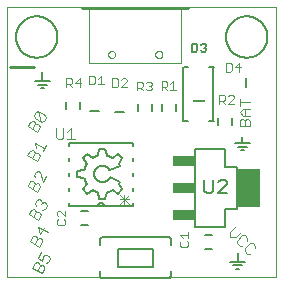
<source format=gto>
G75*
%MOIN*%
%OFA0B0*%
%FSLAX25Y25*%
%IPPOS*%
%LPD*%
%AMOC8*
5,1,8,0,0,1.08239X$1,22.5*
%
%ADD10C,0.00000*%
%ADD11C,0.00300*%
%ADD12C,0.00500*%
%ADD13C,0.01000*%
%ADD14C,0.00600*%
%ADD15R,0.03937X0.00787*%
%ADD16C,0.00800*%
%ADD17C,0.00400*%
%ADD18R,0.07300X0.12600*%
%ADD19R,0.07300X0.03400*%
D10*
X0007800Y0008726D02*
X0007800Y0098727D01*
X0097681Y0098727D01*
X0097681Y0008726D01*
X0007800Y0008726D01*
X0035256Y0079908D02*
X0035256Y0098412D01*
X0041555Y0082861D02*
X0041557Y0082930D01*
X0041563Y0082998D01*
X0041573Y0083066D01*
X0041587Y0083133D01*
X0041605Y0083200D01*
X0041626Y0083265D01*
X0041652Y0083329D01*
X0041681Y0083391D01*
X0041713Y0083451D01*
X0041749Y0083510D01*
X0041789Y0083566D01*
X0041831Y0083620D01*
X0041877Y0083671D01*
X0041926Y0083720D01*
X0041977Y0083766D01*
X0042031Y0083808D01*
X0042087Y0083848D01*
X0042145Y0083884D01*
X0042206Y0083916D01*
X0042268Y0083945D01*
X0042332Y0083971D01*
X0042397Y0083992D01*
X0042464Y0084010D01*
X0042531Y0084024D01*
X0042599Y0084034D01*
X0042667Y0084040D01*
X0042736Y0084042D01*
X0042805Y0084040D01*
X0042873Y0084034D01*
X0042941Y0084024D01*
X0043008Y0084010D01*
X0043075Y0083992D01*
X0043140Y0083971D01*
X0043204Y0083945D01*
X0043266Y0083916D01*
X0043326Y0083884D01*
X0043385Y0083848D01*
X0043441Y0083808D01*
X0043495Y0083766D01*
X0043546Y0083720D01*
X0043595Y0083671D01*
X0043641Y0083620D01*
X0043683Y0083566D01*
X0043723Y0083510D01*
X0043759Y0083451D01*
X0043791Y0083391D01*
X0043820Y0083329D01*
X0043846Y0083265D01*
X0043867Y0083200D01*
X0043885Y0083133D01*
X0043899Y0083066D01*
X0043909Y0082998D01*
X0043915Y0082930D01*
X0043917Y0082861D01*
X0043915Y0082792D01*
X0043909Y0082724D01*
X0043899Y0082656D01*
X0043885Y0082589D01*
X0043867Y0082522D01*
X0043846Y0082457D01*
X0043820Y0082393D01*
X0043791Y0082331D01*
X0043759Y0082270D01*
X0043723Y0082212D01*
X0043683Y0082156D01*
X0043641Y0082102D01*
X0043595Y0082051D01*
X0043546Y0082002D01*
X0043495Y0081956D01*
X0043441Y0081914D01*
X0043385Y0081874D01*
X0043327Y0081838D01*
X0043266Y0081806D01*
X0043204Y0081777D01*
X0043140Y0081751D01*
X0043075Y0081730D01*
X0043008Y0081712D01*
X0042941Y0081698D01*
X0042873Y0081688D01*
X0042805Y0081682D01*
X0042736Y0081680D01*
X0042667Y0081682D01*
X0042599Y0081688D01*
X0042531Y0081698D01*
X0042464Y0081712D01*
X0042397Y0081730D01*
X0042332Y0081751D01*
X0042268Y0081777D01*
X0042206Y0081806D01*
X0042145Y0081838D01*
X0042087Y0081874D01*
X0042031Y0081914D01*
X0041977Y0081956D01*
X0041926Y0082002D01*
X0041877Y0082051D01*
X0041831Y0082102D01*
X0041789Y0082156D01*
X0041749Y0082212D01*
X0041713Y0082270D01*
X0041681Y0082331D01*
X0041652Y0082393D01*
X0041626Y0082457D01*
X0041605Y0082522D01*
X0041587Y0082589D01*
X0041573Y0082656D01*
X0041563Y0082724D01*
X0041557Y0082792D01*
X0041555Y0082861D01*
X0035256Y0079908D02*
X0065964Y0079908D01*
X0065964Y0098412D01*
X0057303Y0082861D02*
X0057305Y0082930D01*
X0057311Y0082998D01*
X0057321Y0083066D01*
X0057335Y0083133D01*
X0057353Y0083200D01*
X0057374Y0083265D01*
X0057400Y0083329D01*
X0057429Y0083391D01*
X0057461Y0083451D01*
X0057497Y0083510D01*
X0057537Y0083566D01*
X0057579Y0083620D01*
X0057625Y0083671D01*
X0057674Y0083720D01*
X0057725Y0083766D01*
X0057779Y0083808D01*
X0057835Y0083848D01*
X0057893Y0083884D01*
X0057954Y0083916D01*
X0058016Y0083945D01*
X0058080Y0083971D01*
X0058145Y0083992D01*
X0058212Y0084010D01*
X0058279Y0084024D01*
X0058347Y0084034D01*
X0058415Y0084040D01*
X0058484Y0084042D01*
X0058553Y0084040D01*
X0058621Y0084034D01*
X0058689Y0084024D01*
X0058756Y0084010D01*
X0058823Y0083992D01*
X0058888Y0083971D01*
X0058952Y0083945D01*
X0059014Y0083916D01*
X0059074Y0083884D01*
X0059133Y0083848D01*
X0059189Y0083808D01*
X0059243Y0083766D01*
X0059294Y0083720D01*
X0059343Y0083671D01*
X0059389Y0083620D01*
X0059431Y0083566D01*
X0059471Y0083510D01*
X0059507Y0083451D01*
X0059539Y0083391D01*
X0059568Y0083329D01*
X0059594Y0083265D01*
X0059615Y0083200D01*
X0059633Y0083133D01*
X0059647Y0083066D01*
X0059657Y0082998D01*
X0059663Y0082930D01*
X0059665Y0082861D01*
X0059663Y0082792D01*
X0059657Y0082724D01*
X0059647Y0082656D01*
X0059633Y0082589D01*
X0059615Y0082522D01*
X0059594Y0082457D01*
X0059568Y0082393D01*
X0059539Y0082331D01*
X0059507Y0082270D01*
X0059471Y0082212D01*
X0059431Y0082156D01*
X0059389Y0082102D01*
X0059343Y0082051D01*
X0059294Y0082002D01*
X0059243Y0081956D01*
X0059189Y0081914D01*
X0059133Y0081874D01*
X0059075Y0081838D01*
X0059014Y0081806D01*
X0058952Y0081777D01*
X0058888Y0081751D01*
X0058823Y0081730D01*
X0058756Y0081712D01*
X0058689Y0081698D01*
X0058621Y0081688D01*
X0058553Y0081682D01*
X0058484Y0081680D01*
X0058415Y0081682D01*
X0058347Y0081688D01*
X0058279Y0081698D01*
X0058212Y0081712D01*
X0058145Y0081730D01*
X0058080Y0081751D01*
X0058016Y0081777D01*
X0057954Y0081806D01*
X0057893Y0081838D01*
X0057835Y0081874D01*
X0057779Y0081914D01*
X0057725Y0081956D01*
X0057674Y0082002D01*
X0057625Y0082051D01*
X0057579Y0082102D01*
X0057537Y0082156D01*
X0057497Y0082212D01*
X0057461Y0082270D01*
X0057429Y0082331D01*
X0057400Y0082393D01*
X0057374Y0082457D01*
X0057353Y0082522D01*
X0057335Y0082589D01*
X0057321Y0082656D01*
X0057311Y0082724D01*
X0057305Y0082792D01*
X0057303Y0082861D01*
D11*
X0059400Y0073978D02*
X0060851Y0073978D01*
X0061335Y0073495D01*
X0061335Y0072527D01*
X0060851Y0072043D01*
X0059400Y0072043D01*
X0059400Y0071076D02*
X0059400Y0073978D01*
X0060367Y0072043D02*
X0061335Y0071076D01*
X0062347Y0071076D02*
X0064281Y0071076D01*
X0063314Y0071076D02*
X0063314Y0073978D01*
X0062347Y0073011D01*
X0056081Y0072811D02*
X0055598Y0072327D01*
X0056081Y0071843D01*
X0056081Y0071360D01*
X0055598Y0070876D01*
X0054630Y0070876D01*
X0054147Y0071360D01*
X0053135Y0070876D02*
X0052167Y0071843D01*
X0052651Y0071843D02*
X0051200Y0071843D01*
X0051200Y0070876D02*
X0051200Y0073778D01*
X0052651Y0073778D01*
X0053135Y0073295D01*
X0053135Y0072327D01*
X0052651Y0071843D01*
X0054147Y0073295D02*
X0054630Y0073778D01*
X0055598Y0073778D01*
X0056081Y0073295D01*
X0056081Y0072811D01*
X0055598Y0072327D02*
X0055114Y0072327D01*
X0047838Y0071976D02*
X0045903Y0071976D01*
X0047838Y0073911D01*
X0047838Y0074395D01*
X0047355Y0074878D01*
X0046387Y0074878D01*
X0045903Y0074395D01*
X0044892Y0074395D02*
X0044408Y0074878D01*
X0042957Y0074878D01*
X0042957Y0071976D01*
X0044408Y0071976D01*
X0044892Y0072460D01*
X0044892Y0074395D01*
X0040131Y0072876D02*
X0038197Y0072876D01*
X0039164Y0072876D02*
X0039164Y0075778D01*
X0038197Y0074811D01*
X0037185Y0075295D02*
X0037185Y0073360D01*
X0036701Y0072876D01*
X0035250Y0072876D01*
X0035250Y0075778D01*
X0036701Y0075778D01*
X0037185Y0075295D01*
X0032538Y0073477D02*
X0030603Y0073477D01*
X0032055Y0074928D01*
X0032055Y0072026D01*
X0029592Y0072026D02*
X0028624Y0072993D01*
X0029108Y0072993D02*
X0027657Y0072993D01*
X0027657Y0072026D02*
X0027657Y0074928D01*
X0029108Y0074928D01*
X0029592Y0074445D01*
X0029592Y0073477D01*
X0029108Y0072993D01*
X0020498Y0062653D02*
X0020724Y0061810D01*
X0020107Y0060741D01*
X0019264Y0060515D01*
X0018360Y0063887D01*
X0020498Y0062653D01*
X0018360Y0063887D02*
X0017517Y0063661D01*
X0016900Y0062592D01*
X0017126Y0061749D01*
X0019264Y0060515D01*
X0018657Y0059463D02*
X0018122Y0059772D01*
X0017279Y0059546D01*
X0016353Y0057942D01*
X0017957Y0057017D02*
X0014750Y0058868D01*
X0015675Y0060472D01*
X0016519Y0060698D01*
X0017053Y0060389D01*
X0017279Y0059546D01*
X0018657Y0059463D02*
X0018882Y0058620D01*
X0017957Y0057017D01*
X0017137Y0053467D02*
X0020344Y0051615D01*
X0019727Y0050546D02*
X0020961Y0052684D01*
X0017589Y0051781D02*
X0017137Y0053467D01*
X0016447Y0051038D02*
X0016982Y0050729D01*
X0017208Y0049886D01*
X0016282Y0048282D01*
X0017885Y0047357D02*
X0014678Y0049208D01*
X0015604Y0050812D01*
X0016447Y0051038D01*
X0017208Y0049886D02*
X0018051Y0050112D01*
X0018585Y0049803D01*
X0018811Y0048960D01*
X0017885Y0047357D01*
X0018345Y0044010D02*
X0017502Y0043784D01*
X0016884Y0042715D01*
X0017110Y0041872D01*
X0016503Y0040820D02*
X0015660Y0040594D01*
X0014734Y0038991D01*
X0017941Y0037139D01*
X0018867Y0038743D01*
X0018641Y0039586D01*
X0018107Y0039894D01*
X0017264Y0039668D01*
X0016338Y0038065D01*
X0017264Y0039668D02*
X0017038Y0040512D01*
X0016503Y0040820D01*
X0019783Y0040329D02*
X0018879Y0043701D01*
X0018345Y0044010D01*
X0021017Y0042467D02*
X0019783Y0040329D01*
X0018688Y0034555D02*
X0017845Y0034329D01*
X0017228Y0033260D01*
X0017453Y0032417D01*
X0016846Y0031365D02*
X0017381Y0031057D01*
X0017607Y0030213D01*
X0016681Y0028610D01*
X0018284Y0027684D02*
X0019210Y0029288D01*
X0018984Y0030131D01*
X0018450Y0030439D01*
X0017607Y0030213D01*
X0016846Y0031365D02*
X0016003Y0031139D01*
X0015077Y0029536D01*
X0018284Y0027684D01*
X0018269Y0025463D02*
X0018947Y0022934D01*
X0020181Y0025072D01*
X0018269Y0025463D02*
X0021476Y0023611D01*
X0019409Y0021265D02*
X0019635Y0020422D01*
X0018709Y0018818D01*
X0015502Y0020670D01*
X0016428Y0022273D01*
X0017271Y0022499D01*
X0017805Y0022191D01*
X0018031Y0021348D01*
X0017105Y0019744D01*
X0018031Y0021348D02*
X0018874Y0021573D01*
X0019409Y0021265D01*
X0019319Y0017094D02*
X0018085Y0014956D01*
X0019689Y0014031D01*
X0019771Y0015408D01*
X0020080Y0015943D01*
X0020923Y0016169D01*
X0021992Y0015551D01*
X0022218Y0014708D01*
X0021601Y0013639D01*
X0020758Y0013413D01*
X0020150Y0012362D02*
X0020376Y0011519D01*
X0019450Y0009915D01*
X0016243Y0011767D01*
X0017169Y0013370D01*
X0018012Y0013596D01*
X0018547Y0013288D01*
X0018773Y0012444D01*
X0017847Y0010841D01*
X0018773Y0012444D02*
X0019616Y0012670D01*
X0020150Y0012362D01*
X0024911Y0025973D02*
X0026846Y0025973D01*
X0027330Y0026457D01*
X0027330Y0027424D01*
X0026846Y0027908D01*
X0027330Y0028919D02*
X0025395Y0030854D01*
X0024911Y0030854D01*
X0024428Y0030371D01*
X0024428Y0029403D01*
X0024911Y0028919D01*
X0024911Y0027908D02*
X0024428Y0027424D01*
X0024428Y0026457D01*
X0024911Y0025973D01*
X0027330Y0028919D02*
X0027330Y0030854D01*
X0021052Y0032477D02*
X0020435Y0031408D01*
X0019591Y0031182D01*
X0019140Y0032869D02*
X0019448Y0033403D01*
X0020291Y0033629D01*
X0020826Y0033320D01*
X0021052Y0032477D01*
X0019448Y0033403D02*
X0019222Y0034246D01*
X0018688Y0034555D01*
X0045414Y0034624D02*
X0048550Y0034624D01*
X0048550Y0036192D02*
X0045414Y0033056D01*
X0046982Y0033056D02*
X0046982Y0036192D01*
X0045414Y0036192D02*
X0048550Y0033056D01*
X0065434Y0022773D02*
X0068336Y0022773D01*
X0068336Y0021806D02*
X0068336Y0023741D01*
X0066401Y0021806D02*
X0065434Y0022773D01*
X0065918Y0020794D02*
X0065434Y0020311D01*
X0065434Y0019343D01*
X0065918Y0018859D01*
X0067853Y0018859D01*
X0068336Y0019343D01*
X0068336Y0020311D01*
X0067853Y0020794D01*
X0082361Y0022109D02*
X0084107Y0022109D01*
X0085853Y0023854D01*
X0086275Y0022559D02*
X0084529Y0020814D01*
X0084529Y0019941D01*
X0085402Y0019068D01*
X0086275Y0019068D01*
X0087134Y0018209D02*
X0087134Y0017336D01*
X0088006Y0016463D01*
X0088879Y0016463D01*
X0087134Y0018209D02*
X0088879Y0019955D01*
X0089752Y0019955D01*
X0090625Y0019082D01*
X0090625Y0018209D01*
X0088021Y0020814D02*
X0088021Y0021686D01*
X0087148Y0022559D01*
X0086275Y0022559D01*
X0084107Y0025600D02*
X0082361Y0023854D01*
X0082361Y0022109D01*
X0085418Y0059031D02*
X0085418Y0060733D01*
X0085986Y0061300D01*
X0086553Y0061300D01*
X0087120Y0060733D01*
X0087120Y0059031D01*
X0088821Y0059031D02*
X0085418Y0059031D01*
X0087120Y0060733D02*
X0087687Y0061300D01*
X0088254Y0061300D01*
X0088821Y0060733D01*
X0088821Y0059031D01*
X0088821Y0062438D02*
X0086553Y0062438D01*
X0085418Y0063572D01*
X0086553Y0064707D01*
X0088821Y0064707D01*
X0087120Y0064707D02*
X0087120Y0062438D01*
X0085418Y0065845D02*
X0085418Y0068114D01*
X0085418Y0066979D02*
X0088821Y0066979D01*
X0083512Y0066526D02*
X0081577Y0066526D01*
X0083512Y0068461D01*
X0083512Y0068945D01*
X0083028Y0069428D01*
X0082060Y0069428D01*
X0081577Y0068945D01*
X0080565Y0068945D02*
X0080565Y0067977D01*
X0080081Y0067493D01*
X0078630Y0067493D01*
X0078630Y0066526D02*
X0078630Y0069428D01*
X0080081Y0069428D01*
X0080565Y0068945D01*
X0079597Y0067493D02*
X0080565Y0066526D01*
X0080856Y0077164D02*
X0082307Y0077164D01*
X0082791Y0077648D01*
X0082791Y0079583D01*
X0082307Y0080067D01*
X0080856Y0080067D01*
X0080856Y0077164D01*
X0083802Y0078616D02*
X0085737Y0078616D01*
X0085253Y0080067D02*
X0085253Y0077164D01*
X0083802Y0078616D02*
X0085253Y0080067D01*
D12*
X0087494Y0074938D02*
X0087494Y0071938D01*
X0076810Y0078836D02*
X0075310Y0078836D01*
X0068310Y0078836D02*
X0066810Y0078836D01*
X0066810Y0060836D02*
X0068310Y0060836D01*
X0075310Y0060836D02*
X0076810Y0060836D01*
X0083750Y0053296D02*
X0086250Y0053296D01*
X0086250Y0055296D01*
X0086250Y0053296D02*
X0088750Y0053296D01*
X0087750Y0052096D02*
X0084750Y0052096D01*
X0085744Y0050882D02*
X0086744Y0050882D01*
X0080556Y0041130D02*
X0079055Y0041130D01*
X0078304Y0040379D01*
X0076703Y0041130D02*
X0076703Y0037377D01*
X0075952Y0036626D01*
X0074451Y0036626D01*
X0073700Y0037377D01*
X0073700Y0041130D01*
X0078304Y0036626D02*
X0081306Y0039629D01*
X0081306Y0040379D01*
X0080556Y0041130D01*
X0081306Y0036626D02*
X0078304Y0036626D01*
X0062511Y0021031D02*
X0062511Y0019457D01*
X0062511Y0021031D02*
X0062509Y0021093D01*
X0062503Y0021154D01*
X0062494Y0021215D01*
X0062480Y0021276D01*
X0062463Y0021335D01*
X0062442Y0021393D01*
X0062417Y0021450D01*
X0062389Y0021505D01*
X0062358Y0021558D01*
X0062323Y0021609D01*
X0062285Y0021658D01*
X0062244Y0021705D01*
X0062201Y0021748D01*
X0062154Y0021789D01*
X0062105Y0021827D01*
X0062054Y0021862D01*
X0062001Y0021893D01*
X0061946Y0021921D01*
X0061889Y0021946D01*
X0061831Y0021967D01*
X0061772Y0021984D01*
X0061711Y0021998D01*
X0061650Y0022007D01*
X0061589Y0022013D01*
X0061527Y0022015D01*
X0061527Y0022016D02*
X0039873Y0022016D01*
X0039873Y0022015D02*
X0039811Y0022013D01*
X0039750Y0022007D01*
X0039689Y0021998D01*
X0039628Y0021984D01*
X0039569Y0021967D01*
X0039511Y0021946D01*
X0039454Y0021921D01*
X0039399Y0021893D01*
X0039346Y0021862D01*
X0039295Y0021827D01*
X0039246Y0021789D01*
X0039199Y0021748D01*
X0039156Y0021705D01*
X0039115Y0021658D01*
X0039077Y0021609D01*
X0039042Y0021558D01*
X0039011Y0021505D01*
X0038983Y0021450D01*
X0038958Y0021393D01*
X0038937Y0021335D01*
X0038920Y0021276D01*
X0038906Y0021215D01*
X0038897Y0021154D01*
X0038891Y0021093D01*
X0038889Y0021031D01*
X0038889Y0019457D01*
X0044794Y0018079D02*
X0044794Y0012173D01*
X0056606Y0012173D01*
X0056606Y0018079D01*
X0044794Y0018079D01*
X0038889Y0010795D02*
X0038889Y0009220D01*
X0038891Y0009158D01*
X0038897Y0009097D01*
X0038906Y0009036D01*
X0038920Y0008975D01*
X0038937Y0008916D01*
X0038958Y0008858D01*
X0038983Y0008801D01*
X0039011Y0008746D01*
X0039042Y0008693D01*
X0039077Y0008642D01*
X0039115Y0008593D01*
X0039156Y0008546D01*
X0039199Y0008503D01*
X0039246Y0008462D01*
X0039295Y0008424D01*
X0039346Y0008389D01*
X0039399Y0008358D01*
X0039454Y0008330D01*
X0039511Y0008305D01*
X0039569Y0008284D01*
X0039628Y0008267D01*
X0039689Y0008253D01*
X0039750Y0008244D01*
X0039811Y0008238D01*
X0039873Y0008236D01*
X0061133Y0008236D01*
X0062511Y0009220D02*
X0062511Y0010795D01*
X0062511Y0009220D02*
X0062498Y0009154D01*
X0062481Y0009089D01*
X0062461Y0009025D01*
X0062437Y0008962D01*
X0062410Y0008901D01*
X0062379Y0008841D01*
X0062346Y0008783D01*
X0062308Y0008727D01*
X0062268Y0008674D01*
X0062225Y0008622D01*
X0062179Y0008573D01*
X0062130Y0008527D01*
X0062079Y0008484D01*
X0062026Y0008443D01*
X0061970Y0008405D01*
X0061912Y0008371D01*
X0061853Y0008340D01*
X0061792Y0008313D01*
X0061729Y0008288D01*
X0061665Y0008268D01*
X0061600Y0008251D01*
X0061534Y0008238D01*
X0061468Y0008228D01*
X0061401Y0008222D01*
X0061334Y0008220D01*
X0061267Y0008222D01*
X0061200Y0008227D01*
X0061133Y0008236D01*
X0082324Y0013739D02*
X0084824Y0013739D01*
X0084824Y0016739D01*
X0084824Y0013739D02*
X0087324Y0013739D01*
X0086324Y0012539D02*
X0083324Y0012539D01*
X0084318Y0011325D02*
X0085318Y0011325D01*
X0046800Y0063726D02*
X0043800Y0063726D01*
X0038700Y0064126D02*
X0035700Y0064126D01*
X0022180Y0073946D02*
X0019680Y0073946D01*
X0019680Y0076946D01*
X0019680Y0073946D02*
X0017180Y0073946D01*
X0018180Y0072746D02*
X0021180Y0072746D01*
X0020174Y0071532D02*
X0019174Y0071532D01*
D13*
X0016800Y0078726D02*
X0008800Y0078726D01*
X0032893Y0098215D02*
X0068327Y0098215D01*
D14*
X0069578Y0086431D02*
X0070879Y0086431D01*
X0071312Y0085997D01*
X0071312Y0084263D01*
X0070879Y0083829D01*
X0069578Y0083829D01*
X0069578Y0086431D01*
X0072524Y0085997D02*
X0072958Y0086431D01*
X0073825Y0086431D01*
X0074259Y0085997D01*
X0074259Y0085564D01*
X0073825Y0085130D01*
X0074259Y0084696D01*
X0074259Y0084263D01*
X0073825Y0083829D01*
X0072958Y0083829D01*
X0072524Y0084263D01*
X0073392Y0085130D02*
X0073825Y0085130D01*
X0076710Y0078861D02*
X0076710Y0060861D01*
X0078068Y0061857D02*
X0078068Y0059495D01*
X0082792Y0059495D02*
X0082792Y0061857D01*
X0080448Y0051239D02*
X0077936Y0051239D01*
X0070700Y0051228D01*
X0070700Y0025424D01*
X0079354Y0025413D01*
X0080456Y0025413D01*
X0080456Y0031239D01*
X0084700Y0031239D01*
X0084700Y0031330D01*
X0084708Y0045413D01*
X0084700Y0045413D02*
X0080456Y0045413D01*
X0080448Y0051239D01*
X0066710Y0060861D02*
X0066710Y0078861D01*
X0064162Y0066407D02*
X0064162Y0064045D01*
X0059438Y0064045D02*
X0059438Y0066407D01*
X0056162Y0066407D02*
X0056162Y0064045D01*
X0051438Y0064045D02*
X0051438Y0066407D01*
X0049900Y0053226D02*
X0028700Y0053226D01*
X0028700Y0052226D01*
X0028700Y0048226D02*
X0028700Y0047226D01*
X0031300Y0044026D02*
X0033700Y0044526D01*
X0034400Y0046326D02*
X0033100Y0048326D01*
X0034500Y0049726D01*
X0036400Y0048326D01*
X0038300Y0049226D02*
X0038700Y0051426D01*
X0040700Y0051426D01*
X0041100Y0049226D01*
X0043100Y0048426D02*
X0044900Y0049726D01*
X0046300Y0048326D01*
X0045100Y0046526D01*
X0045500Y0045726D01*
X0042100Y0044326D01*
X0042100Y0041926D02*
X0045500Y0040426D01*
X0045100Y0039726D01*
X0046300Y0037926D01*
X0044900Y0036526D01*
X0043100Y0037726D01*
X0041100Y0036926D02*
X0040700Y0034726D01*
X0038700Y0034726D01*
X0038300Y0037026D01*
X0036400Y0037826D02*
X0034500Y0036526D01*
X0033100Y0037926D01*
X0034400Y0039826D01*
X0033700Y0041626D02*
X0031300Y0042126D01*
X0031300Y0044026D01*
X0028700Y0043226D02*
X0028700Y0042226D01*
X0028700Y0038226D02*
X0028700Y0037226D01*
X0028700Y0033226D02*
X0028700Y0032226D01*
X0038100Y0032226D01*
X0040500Y0032226D01*
X0049900Y0032226D01*
X0049900Y0033226D01*
X0049900Y0037226D02*
X0049900Y0038226D01*
X0049900Y0042226D02*
X0049900Y0043226D01*
X0049900Y0047226D02*
X0049900Y0048226D01*
X0049900Y0052226D02*
X0049900Y0053226D01*
X0038292Y0049244D02*
X0038149Y0049204D01*
X0038007Y0049161D01*
X0037866Y0049114D01*
X0037727Y0049063D01*
X0037589Y0049009D01*
X0037452Y0048952D01*
X0037316Y0048891D01*
X0037183Y0048827D01*
X0037050Y0048760D01*
X0036920Y0048690D01*
X0036791Y0048616D01*
X0036664Y0048539D01*
X0036539Y0048459D01*
X0036416Y0048376D01*
X0042100Y0044326D02*
X0042053Y0044418D01*
X0042002Y0044508D01*
X0041948Y0044596D01*
X0041891Y0044682D01*
X0041831Y0044765D01*
X0041767Y0044847D01*
X0041700Y0044925D01*
X0041631Y0045002D01*
X0041559Y0045075D01*
X0041483Y0045146D01*
X0041406Y0045214D01*
X0041325Y0045279D01*
X0041243Y0045341D01*
X0041158Y0045399D01*
X0041071Y0045455D01*
X0040982Y0045507D01*
X0040891Y0045555D01*
X0040798Y0045601D01*
X0040704Y0045642D01*
X0040608Y0045680D01*
X0040510Y0045715D01*
X0040412Y0045745D01*
X0040312Y0045772D01*
X0040212Y0045796D01*
X0040110Y0045815D01*
X0040008Y0045830D01*
X0039906Y0045842D01*
X0039803Y0045850D01*
X0039700Y0045854D01*
X0039596Y0045853D01*
X0039493Y0045849D01*
X0039390Y0045842D01*
X0039288Y0045830D01*
X0039186Y0045814D01*
X0039084Y0045795D01*
X0038984Y0045771D01*
X0038884Y0045744D01*
X0038786Y0045714D01*
X0038689Y0045679D01*
X0038593Y0045641D01*
X0038498Y0045599D01*
X0038406Y0045554D01*
X0038315Y0045505D01*
X0038226Y0045453D01*
X0038139Y0045397D01*
X0038054Y0045338D01*
X0037971Y0045276D01*
X0037891Y0045211D01*
X0037814Y0045143D01*
X0037739Y0045072D01*
X0037666Y0044999D01*
X0037597Y0044922D01*
X0037530Y0044843D01*
X0037467Y0044762D01*
X0037407Y0044678D01*
X0037350Y0044592D01*
X0037296Y0044504D01*
X0037245Y0044414D01*
X0037198Y0044322D01*
X0037155Y0044229D01*
X0037115Y0044134D01*
X0037079Y0044037D01*
X0037046Y0043939D01*
X0037017Y0043840D01*
X0036992Y0043740D01*
X0036971Y0043639D01*
X0036953Y0043537D01*
X0036940Y0043435D01*
X0036930Y0043332D01*
X0036924Y0043229D01*
X0036922Y0043126D01*
X0036924Y0043023D01*
X0036930Y0042920D01*
X0036940Y0042817D01*
X0036953Y0042715D01*
X0036971Y0042613D01*
X0036992Y0042512D01*
X0037017Y0042412D01*
X0037046Y0042313D01*
X0037079Y0042215D01*
X0037115Y0042118D01*
X0037155Y0042023D01*
X0037198Y0041930D01*
X0037245Y0041838D01*
X0037296Y0041748D01*
X0037350Y0041660D01*
X0037407Y0041574D01*
X0037467Y0041490D01*
X0037530Y0041409D01*
X0037597Y0041330D01*
X0037666Y0041253D01*
X0037739Y0041180D01*
X0037814Y0041109D01*
X0037891Y0041041D01*
X0037971Y0040976D01*
X0038054Y0040914D01*
X0038139Y0040855D01*
X0038226Y0040799D01*
X0038315Y0040747D01*
X0038406Y0040698D01*
X0038498Y0040653D01*
X0038593Y0040611D01*
X0038689Y0040573D01*
X0038786Y0040538D01*
X0038884Y0040508D01*
X0038984Y0040481D01*
X0039084Y0040457D01*
X0039186Y0040438D01*
X0039288Y0040422D01*
X0039390Y0040410D01*
X0039493Y0040403D01*
X0039596Y0040399D01*
X0039700Y0040398D01*
X0039803Y0040402D01*
X0039906Y0040410D01*
X0040008Y0040422D01*
X0040110Y0040437D01*
X0040212Y0040456D01*
X0040312Y0040480D01*
X0040412Y0040507D01*
X0040510Y0040537D01*
X0040608Y0040572D01*
X0040704Y0040610D01*
X0040798Y0040651D01*
X0040891Y0040697D01*
X0040982Y0040745D01*
X0041071Y0040797D01*
X0041158Y0040853D01*
X0041243Y0040911D01*
X0041325Y0040973D01*
X0041406Y0041038D01*
X0041483Y0041106D01*
X0041559Y0041177D01*
X0041631Y0041250D01*
X0041700Y0041327D01*
X0041767Y0041405D01*
X0041831Y0041487D01*
X0041891Y0041570D01*
X0041948Y0041656D01*
X0042002Y0041744D01*
X0042053Y0041834D01*
X0042100Y0041926D01*
X0034442Y0039850D02*
X0034369Y0039977D01*
X0034298Y0040106D01*
X0034230Y0040236D01*
X0034166Y0040368D01*
X0034104Y0040502D01*
X0034046Y0040637D01*
X0033991Y0040773D01*
X0033939Y0040911D01*
X0033890Y0041049D01*
X0033845Y0041189D01*
X0033802Y0041330D01*
X0033764Y0041472D01*
X0033728Y0041614D01*
X0041260Y0036952D02*
X0041406Y0036993D01*
X0041551Y0037037D01*
X0041694Y0037084D01*
X0041837Y0037136D01*
X0041978Y0037190D01*
X0042118Y0037249D01*
X0042257Y0037310D01*
X0042394Y0037375D01*
X0042529Y0037444D01*
X0042662Y0037515D01*
X0042794Y0037590D01*
X0042924Y0037669D01*
X0043052Y0037750D01*
X0038278Y0037008D02*
X0038126Y0037049D01*
X0037974Y0037093D01*
X0037823Y0037141D01*
X0037674Y0037192D01*
X0037526Y0037248D01*
X0037380Y0037307D01*
X0037235Y0037370D01*
X0037091Y0037436D01*
X0036950Y0037506D01*
X0036810Y0037579D01*
X0036672Y0037656D01*
X0036536Y0037737D01*
X0036402Y0037821D01*
X0041092Y0049216D02*
X0041242Y0049182D01*
X0041391Y0049145D01*
X0041539Y0049103D01*
X0041686Y0049059D01*
X0041832Y0049010D01*
X0041977Y0048958D01*
X0042120Y0048903D01*
X0042262Y0048844D01*
X0042403Y0048781D01*
X0042542Y0048715D01*
X0042679Y0048646D01*
X0042814Y0048573D01*
X0042948Y0048497D01*
X0043080Y0048418D01*
X0034400Y0046318D02*
X0034326Y0046189D01*
X0034254Y0046058D01*
X0034186Y0045925D01*
X0034121Y0045791D01*
X0034060Y0045656D01*
X0034001Y0045519D01*
X0033946Y0045380D01*
X0033894Y0045241D01*
X0033846Y0045100D01*
X0033801Y0044958D01*
X0033759Y0044815D01*
X0033721Y0044671D01*
X0033686Y0044526D01*
X0038100Y0032226D02*
X0038102Y0032295D01*
X0038108Y0032363D01*
X0038118Y0032431D01*
X0038131Y0032498D01*
X0038149Y0032564D01*
X0038170Y0032629D01*
X0038195Y0032693D01*
X0038223Y0032755D01*
X0038255Y0032816D01*
X0038290Y0032875D01*
X0038329Y0032931D01*
X0038371Y0032986D01*
X0038416Y0033037D01*
X0038464Y0033087D01*
X0038514Y0033133D01*
X0038567Y0033176D01*
X0038623Y0033217D01*
X0038680Y0033254D01*
X0038740Y0033287D01*
X0038802Y0033318D01*
X0038865Y0033344D01*
X0038929Y0033367D01*
X0038995Y0033387D01*
X0039062Y0033402D01*
X0039129Y0033414D01*
X0039197Y0033422D01*
X0039266Y0033426D01*
X0039334Y0033426D01*
X0039403Y0033422D01*
X0039471Y0033414D01*
X0039538Y0033402D01*
X0039605Y0033387D01*
X0039671Y0033367D01*
X0039735Y0033344D01*
X0039798Y0033318D01*
X0039860Y0033287D01*
X0039920Y0033254D01*
X0039977Y0033217D01*
X0040033Y0033176D01*
X0040086Y0033133D01*
X0040136Y0033087D01*
X0040184Y0033037D01*
X0040229Y0032986D01*
X0040271Y0032931D01*
X0040310Y0032875D01*
X0040345Y0032816D01*
X0040377Y0032755D01*
X0040405Y0032693D01*
X0040430Y0032629D01*
X0040451Y0032564D01*
X0040469Y0032498D01*
X0040482Y0032431D01*
X0040492Y0032363D01*
X0040498Y0032295D01*
X0040500Y0032226D01*
X0040498Y0032295D01*
X0040492Y0032363D01*
X0040482Y0032431D01*
X0040469Y0032498D01*
X0040451Y0032564D01*
X0040430Y0032629D01*
X0040405Y0032693D01*
X0040377Y0032755D01*
X0040345Y0032816D01*
X0040310Y0032875D01*
X0040271Y0032931D01*
X0040229Y0032986D01*
X0040184Y0033037D01*
X0040136Y0033087D01*
X0040086Y0033133D01*
X0040033Y0033176D01*
X0039977Y0033217D01*
X0039920Y0033254D01*
X0039860Y0033287D01*
X0039798Y0033318D01*
X0039735Y0033344D01*
X0039671Y0033367D01*
X0039605Y0033387D01*
X0039538Y0033402D01*
X0039471Y0033414D01*
X0039403Y0033422D01*
X0039334Y0033426D01*
X0039266Y0033426D01*
X0039197Y0033422D01*
X0039129Y0033414D01*
X0039062Y0033402D01*
X0038995Y0033387D01*
X0038929Y0033367D01*
X0038865Y0033344D01*
X0038802Y0033318D01*
X0038740Y0033287D01*
X0038680Y0033254D01*
X0038623Y0033217D01*
X0038567Y0033176D01*
X0038514Y0033133D01*
X0038464Y0033087D01*
X0038416Y0033037D01*
X0038371Y0032986D01*
X0038329Y0032931D01*
X0038290Y0032875D01*
X0038255Y0032816D01*
X0038223Y0032755D01*
X0038195Y0032693D01*
X0038170Y0032629D01*
X0038149Y0032564D01*
X0038131Y0032498D01*
X0038118Y0032431D01*
X0038108Y0032363D01*
X0038102Y0032295D01*
X0038100Y0032226D01*
X0034871Y0030728D02*
X0032509Y0030728D01*
X0032509Y0026004D02*
X0034871Y0026004D01*
X0032162Y0064545D02*
X0032162Y0066907D01*
X0027438Y0066907D02*
X0027438Y0064545D01*
X0073995Y0022852D02*
X0076358Y0022852D01*
X0076358Y0018127D02*
X0073995Y0018127D01*
D15*
X0071810Y0067258D03*
D16*
X0080910Y0088726D02*
X0080912Y0088895D01*
X0080918Y0089064D01*
X0080929Y0089233D01*
X0080943Y0089401D01*
X0080962Y0089569D01*
X0080985Y0089737D01*
X0081011Y0089904D01*
X0081042Y0090070D01*
X0081077Y0090236D01*
X0081116Y0090400D01*
X0081160Y0090564D01*
X0081207Y0090726D01*
X0081258Y0090887D01*
X0081313Y0091047D01*
X0081372Y0091206D01*
X0081434Y0091363D01*
X0081501Y0091518D01*
X0081572Y0091672D01*
X0081646Y0091824D01*
X0081724Y0091974D01*
X0081805Y0092122D01*
X0081890Y0092268D01*
X0081979Y0092412D01*
X0082071Y0092554D01*
X0082167Y0092693D01*
X0082266Y0092830D01*
X0082368Y0092965D01*
X0082474Y0093097D01*
X0082583Y0093226D01*
X0082695Y0093353D01*
X0082810Y0093477D01*
X0082928Y0093598D01*
X0083049Y0093716D01*
X0083173Y0093831D01*
X0083300Y0093943D01*
X0083429Y0094052D01*
X0083561Y0094158D01*
X0083696Y0094260D01*
X0083833Y0094359D01*
X0083972Y0094455D01*
X0084114Y0094547D01*
X0084258Y0094636D01*
X0084404Y0094721D01*
X0084552Y0094802D01*
X0084702Y0094880D01*
X0084854Y0094954D01*
X0085008Y0095025D01*
X0085163Y0095092D01*
X0085320Y0095154D01*
X0085479Y0095213D01*
X0085639Y0095268D01*
X0085800Y0095319D01*
X0085962Y0095366D01*
X0086126Y0095410D01*
X0086290Y0095449D01*
X0086456Y0095484D01*
X0086622Y0095515D01*
X0086789Y0095541D01*
X0086957Y0095564D01*
X0087125Y0095583D01*
X0087293Y0095597D01*
X0087462Y0095608D01*
X0087631Y0095614D01*
X0087800Y0095616D01*
X0087969Y0095614D01*
X0088138Y0095608D01*
X0088307Y0095597D01*
X0088475Y0095583D01*
X0088643Y0095564D01*
X0088811Y0095541D01*
X0088978Y0095515D01*
X0089144Y0095484D01*
X0089310Y0095449D01*
X0089474Y0095410D01*
X0089638Y0095366D01*
X0089800Y0095319D01*
X0089961Y0095268D01*
X0090121Y0095213D01*
X0090280Y0095154D01*
X0090437Y0095092D01*
X0090592Y0095025D01*
X0090746Y0094954D01*
X0090898Y0094880D01*
X0091048Y0094802D01*
X0091196Y0094721D01*
X0091342Y0094636D01*
X0091486Y0094547D01*
X0091628Y0094455D01*
X0091767Y0094359D01*
X0091904Y0094260D01*
X0092039Y0094158D01*
X0092171Y0094052D01*
X0092300Y0093943D01*
X0092427Y0093831D01*
X0092551Y0093716D01*
X0092672Y0093598D01*
X0092790Y0093477D01*
X0092905Y0093353D01*
X0093017Y0093226D01*
X0093126Y0093097D01*
X0093232Y0092965D01*
X0093334Y0092830D01*
X0093433Y0092693D01*
X0093529Y0092554D01*
X0093621Y0092412D01*
X0093710Y0092268D01*
X0093795Y0092122D01*
X0093876Y0091974D01*
X0093954Y0091824D01*
X0094028Y0091672D01*
X0094099Y0091518D01*
X0094166Y0091363D01*
X0094228Y0091206D01*
X0094287Y0091047D01*
X0094342Y0090887D01*
X0094393Y0090726D01*
X0094440Y0090564D01*
X0094484Y0090400D01*
X0094523Y0090236D01*
X0094558Y0090070D01*
X0094589Y0089904D01*
X0094615Y0089737D01*
X0094638Y0089569D01*
X0094657Y0089401D01*
X0094671Y0089233D01*
X0094682Y0089064D01*
X0094688Y0088895D01*
X0094690Y0088726D01*
X0094688Y0088557D01*
X0094682Y0088388D01*
X0094671Y0088219D01*
X0094657Y0088051D01*
X0094638Y0087883D01*
X0094615Y0087715D01*
X0094589Y0087548D01*
X0094558Y0087382D01*
X0094523Y0087216D01*
X0094484Y0087052D01*
X0094440Y0086888D01*
X0094393Y0086726D01*
X0094342Y0086565D01*
X0094287Y0086405D01*
X0094228Y0086246D01*
X0094166Y0086089D01*
X0094099Y0085934D01*
X0094028Y0085780D01*
X0093954Y0085628D01*
X0093876Y0085478D01*
X0093795Y0085330D01*
X0093710Y0085184D01*
X0093621Y0085040D01*
X0093529Y0084898D01*
X0093433Y0084759D01*
X0093334Y0084622D01*
X0093232Y0084487D01*
X0093126Y0084355D01*
X0093017Y0084226D01*
X0092905Y0084099D01*
X0092790Y0083975D01*
X0092672Y0083854D01*
X0092551Y0083736D01*
X0092427Y0083621D01*
X0092300Y0083509D01*
X0092171Y0083400D01*
X0092039Y0083294D01*
X0091904Y0083192D01*
X0091767Y0083093D01*
X0091628Y0082997D01*
X0091486Y0082905D01*
X0091342Y0082816D01*
X0091196Y0082731D01*
X0091048Y0082650D01*
X0090898Y0082572D01*
X0090746Y0082498D01*
X0090592Y0082427D01*
X0090437Y0082360D01*
X0090280Y0082298D01*
X0090121Y0082239D01*
X0089961Y0082184D01*
X0089800Y0082133D01*
X0089638Y0082086D01*
X0089474Y0082042D01*
X0089310Y0082003D01*
X0089144Y0081968D01*
X0088978Y0081937D01*
X0088811Y0081911D01*
X0088643Y0081888D01*
X0088475Y0081869D01*
X0088307Y0081855D01*
X0088138Y0081844D01*
X0087969Y0081838D01*
X0087800Y0081836D01*
X0087631Y0081838D01*
X0087462Y0081844D01*
X0087293Y0081855D01*
X0087125Y0081869D01*
X0086957Y0081888D01*
X0086789Y0081911D01*
X0086622Y0081937D01*
X0086456Y0081968D01*
X0086290Y0082003D01*
X0086126Y0082042D01*
X0085962Y0082086D01*
X0085800Y0082133D01*
X0085639Y0082184D01*
X0085479Y0082239D01*
X0085320Y0082298D01*
X0085163Y0082360D01*
X0085008Y0082427D01*
X0084854Y0082498D01*
X0084702Y0082572D01*
X0084552Y0082650D01*
X0084404Y0082731D01*
X0084258Y0082816D01*
X0084114Y0082905D01*
X0083972Y0082997D01*
X0083833Y0083093D01*
X0083696Y0083192D01*
X0083561Y0083294D01*
X0083429Y0083400D01*
X0083300Y0083509D01*
X0083173Y0083621D01*
X0083049Y0083736D01*
X0082928Y0083854D01*
X0082810Y0083975D01*
X0082695Y0084099D01*
X0082583Y0084226D01*
X0082474Y0084355D01*
X0082368Y0084487D01*
X0082266Y0084622D01*
X0082167Y0084759D01*
X0082071Y0084898D01*
X0081979Y0085040D01*
X0081890Y0085184D01*
X0081805Y0085330D01*
X0081724Y0085478D01*
X0081646Y0085628D01*
X0081572Y0085780D01*
X0081501Y0085934D01*
X0081434Y0086089D01*
X0081372Y0086246D01*
X0081313Y0086405D01*
X0081258Y0086565D01*
X0081207Y0086726D01*
X0081160Y0086888D01*
X0081116Y0087052D01*
X0081077Y0087216D01*
X0081042Y0087382D01*
X0081011Y0087548D01*
X0080985Y0087715D01*
X0080962Y0087883D01*
X0080943Y0088051D01*
X0080929Y0088219D01*
X0080918Y0088388D01*
X0080912Y0088557D01*
X0080910Y0088726D01*
X0010910Y0088726D02*
X0010912Y0088895D01*
X0010918Y0089064D01*
X0010929Y0089233D01*
X0010943Y0089401D01*
X0010962Y0089569D01*
X0010985Y0089737D01*
X0011011Y0089904D01*
X0011042Y0090070D01*
X0011077Y0090236D01*
X0011116Y0090400D01*
X0011160Y0090564D01*
X0011207Y0090726D01*
X0011258Y0090887D01*
X0011313Y0091047D01*
X0011372Y0091206D01*
X0011434Y0091363D01*
X0011501Y0091518D01*
X0011572Y0091672D01*
X0011646Y0091824D01*
X0011724Y0091974D01*
X0011805Y0092122D01*
X0011890Y0092268D01*
X0011979Y0092412D01*
X0012071Y0092554D01*
X0012167Y0092693D01*
X0012266Y0092830D01*
X0012368Y0092965D01*
X0012474Y0093097D01*
X0012583Y0093226D01*
X0012695Y0093353D01*
X0012810Y0093477D01*
X0012928Y0093598D01*
X0013049Y0093716D01*
X0013173Y0093831D01*
X0013300Y0093943D01*
X0013429Y0094052D01*
X0013561Y0094158D01*
X0013696Y0094260D01*
X0013833Y0094359D01*
X0013972Y0094455D01*
X0014114Y0094547D01*
X0014258Y0094636D01*
X0014404Y0094721D01*
X0014552Y0094802D01*
X0014702Y0094880D01*
X0014854Y0094954D01*
X0015008Y0095025D01*
X0015163Y0095092D01*
X0015320Y0095154D01*
X0015479Y0095213D01*
X0015639Y0095268D01*
X0015800Y0095319D01*
X0015962Y0095366D01*
X0016126Y0095410D01*
X0016290Y0095449D01*
X0016456Y0095484D01*
X0016622Y0095515D01*
X0016789Y0095541D01*
X0016957Y0095564D01*
X0017125Y0095583D01*
X0017293Y0095597D01*
X0017462Y0095608D01*
X0017631Y0095614D01*
X0017800Y0095616D01*
X0017969Y0095614D01*
X0018138Y0095608D01*
X0018307Y0095597D01*
X0018475Y0095583D01*
X0018643Y0095564D01*
X0018811Y0095541D01*
X0018978Y0095515D01*
X0019144Y0095484D01*
X0019310Y0095449D01*
X0019474Y0095410D01*
X0019638Y0095366D01*
X0019800Y0095319D01*
X0019961Y0095268D01*
X0020121Y0095213D01*
X0020280Y0095154D01*
X0020437Y0095092D01*
X0020592Y0095025D01*
X0020746Y0094954D01*
X0020898Y0094880D01*
X0021048Y0094802D01*
X0021196Y0094721D01*
X0021342Y0094636D01*
X0021486Y0094547D01*
X0021628Y0094455D01*
X0021767Y0094359D01*
X0021904Y0094260D01*
X0022039Y0094158D01*
X0022171Y0094052D01*
X0022300Y0093943D01*
X0022427Y0093831D01*
X0022551Y0093716D01*
X0022672Y0093598D01*
X0022790Y0093477D01*
X0022905Y0093353D01*
X0023017Y0093226D01*
X0023126Y0093097D01*
X0023232Y0092965D01*
X0023334Y0092830D01*
X0023433Y0092693D01*
X0023529Y0092554D01*
X0023621Y0092412D01*
X0023710Y0092268D01*
X0023795Y0092122D01*
X0023876Y0091974D01*
X0023954Y0091824D01*
X0024028Y0091672D01*
X0024099Y0091518D01*
X0024166Y0091363D01*
X0024228Y0091206D01*
X0024287Y0091047D01*
X0024342Y0090887D01*
X0024393Y0090726D01*
X0024440Y0090564D01*
X0024484Y0090400D01*
X0024523Y0090236D01*
X0024558Y0090070D01*
X0024589Y0089904D01*
X0024615Y0089737D01*
X0024638Y0089569D01*
X0024657Y0089401D01*
X0024671Y0089233D01*
X0024682Y0089064D01*
X0024688Y0088895D01*
X0024690Y0088726D01*
X0024688Y0088557D01*
X0024682Y0088388D01*
X0024671Y0088219D01*
X0024657Y0088051D01*
X0024638Y0087883D01*
X0024615Y0087715D01*
X0024589Y0087548D01*
X0024558Y0087382D01*
X0024523Y0087216D01*
X0024484Y0087052D01*
X0024440Y0086888D01*
X0024393Y0086726D01*
X0024342Y0086565D01*
X0024287Y0086405D01*
X0024228Y0086246D01*
X0024166Y0086089D01*
X0024099Y0085934D01*
X0024028Y0085780D01*
X0023954Y0085628D01*
X0023876Y0085478D01*
X0023795Y0085330D01*
X0023710Y0085184D01*
X0023621Y0085040D01*
X0023529Y0084898D01*
X0023433Y0084759D01*
X0023334Y0084622D01*
X0023232Y0084487D01*
X0023126Y0084355D01*
X0023017Y0084226D01*
X0022905Y0084099D01*
X0022790Y0083975D01*
X0022672Y0083854D01*
X0022551Y0083736D01*
X0022427Y0083621D01*
X0022300Y0083509D01*
X0022171Y0083400D01*
X0022039Y0083294D01*
X0021904Y0083192D01*
X0021767Y0083093D01*
X0021628Y0082997D01*
X0021486Y0082905D01*
X0021342Y0082816D01*
X0021196Y0082731D01*
X0021048Y0082650D01*
X0020898Y0082572D01*
X0020746Y0082498D01*
X0020592Y0082427D01*
X0020437Y0082360D01*
X0020280Y0082298D01*
X0020121Y0082239D01*
X0019961Y0082184D01*
X0019800Y0082133D01*
X0019638Y0082086D01*
X0019474Y0082042D01*
X0019310Y0082003D01*
X0019144Y0081968D01*
X0018978Y0081937D01*
X0018811Y0081911D01*
X0018643Y0081888D01*
X0018475Y0081869D01*
X0018307Y0081855D01*
X0018138Y0081844D01*
X0017969Y0081838D01*
X0017800Y0081836D01*
X0017631Y0081838D01*
X0017462Y0081844D01*
X0017293Y0081855D01*
X0017125Y0081869D01*
X0016957Y0081888D01*
X0016789Y0081911D01*
X0016622Y0081937D01*
X0016456Y0081968D01*
X0016290Y0082003D01*
X0016126Y0082042D01*
X0015962Y0082086D01*
X0015800Y0082133D01*
X0015639Y0082184D01*
X0015479Y0082239D01*
X0015320Y0082298D01*
X0015163Y0082360D01*
X0015008Y0082427D01*
X0014854Y0082498D01*
X0014702Y0082572D01*
X0014552Y0082650D01*
X0014404Y0082731D01*
X0014258Y0082816D01*
X0014114Y0082905D01*
X0013972Y0082997D01*
X0013833Y0083093D01*
X0013696Y0083192D01*
X0013561Y0083294D01*
X0013429Y0083400D01*
X0013300Y0083509D01*
X0013173Y0083621D01*
X0013049Y0083736D01*
X0012928Y0083854D01*
X0012810Y0083975D01*
X0012695Y0084099D01*
X0012583Y0084226D01*
X0012474Y0084355D01*
X0012368Y0084487D01*
X0012266Y0084622D01*
X0012167Y0084759D01*
X0012071Y0084898D01*
X0011979Y0085040D01*
X0011890Y0085184D01*
X0011805Y0085330D01*
X0011724Y0085478D01*
X0011646Y0085628D01*
X0011572Y0085780D01*
X0011501Y0085934D01*
X0011434Y0086089D01*
X0011372Y0086246D01*
X0011313Y0086405D01*
X0011258Y0086565D01*
X0011207Y0086726D01*
X0011160Y0086888D01*
X0011116Y0087052D01*
X0011077Y0087216D01*
X0011042Y0087382D01*
X0011011Y0087548D01*
X0010985Y0087715D01*
X0010962Y0087883D01*
X0010943Y0088051D01*
X0010929Y0088219D01*
X0010918Y0088388D01*
X0010912Y0088557D01*
X0010910Y0088726D01*
D17*
X0024300Y0058329D02*
X0024300Y0055326D01*
X0024901Y0054726D01*
X0026102Y0054726D01*
X0026702Y0055326D01*
X0026702Y0058329D01*
X0027983Y0057128D02*
X0029184Y0058329D01*
X0029184Y0054726D01*
X0027983Y0054726D02*
X0030385Y0054726D01*
D18*
X0088450Y0038326D03*
D19*
X0066950Y0038326D03*
X0066950Y0029226D03*
X0066950Y0047426D03*
M02*

</source>
